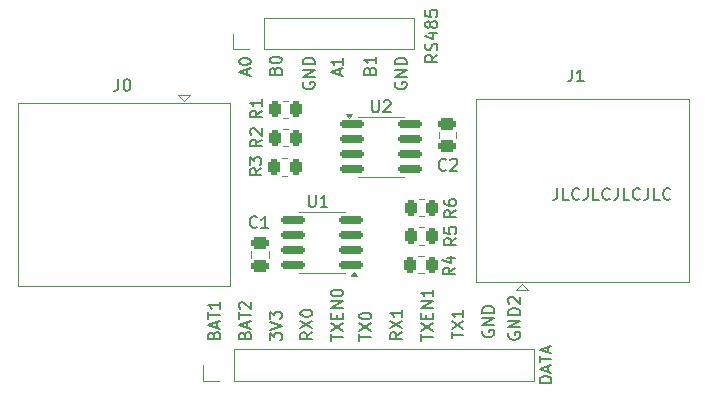
<source format=gbr>
%TF.GenerationSoftware,KiCad,Pcbnew,8.0.3*%
%TF.CreationDate,2024-06-22T22:44:29-05:00*%
%TF.ProjectId,RS485_breakout,52533438-355f-4627-9265-616b6f75742e,rev?*%
%TF.SameCoordinates,Original*%
%TF.FileFunction,Legend,Top*%
%TF.FilePolarity,Positive*%
%FSLAX46Y46*%
G04 Gerber Fmt 4.6, Leading zero omitted, Abs format (unit mm)*
G04 Created by KiCad (PCBNEW 8.0.3) date 2024-06-22 22:44:29*
%MOMM*%
%LPD*%
G01*
G04 APERTURE LIST*
G04 Aperture macros list*
%AMRoundRect*
0 Rectangle with rounded corners*
0 $1 Rounding radius*
0 $2 $3 $4 $5 $6 $7 $8 $9 X,Y pos of 4 corners*
0 Add a 4 corners polygon primitive as box body*
4,1,4,$2,$3,$4,$5,$6,$7,$8,$9,$2,$3,0*
0 Add four circle primitives for the rounded corners*
1,1,$1+$1,$2,$3*
1,1,$1+$1,$4,$5*
1,1,$1+$1,$6,$7*
1,1,$1+$1,$8,$9*
0 Add four rect primitives between the rounded corners*
20,1,$1+$1,$2,$3,$4,$5,0*
20,1,$1+$1,$4,$5,$6,$7,0*
20,1,$1+$1,$6,$7,$8,$9,0*
20,1,$1+$1,$8,$9,$2,$3,0*%
G04 Aperture macros list end*
%ADD10C,0.150000*%
%ADD11C,0.120000*%
%ADD12R,1.700000X1.700000*%
%ADD13O,1.700000X1.700000*%
%ADD14RoundRect,0.250000X-0.262500X-0.450000X0.262500X-0.450000X0.262500X0.450000X-0.262500X0.450000X0*%
%ADD15RoundRect,0.150000X-0.825000X-0.150000X0.825000X-0.150000X0.825000X0.150000X-0.825000X0.150000X0*%
%ADD16RoundRect,0.150000X0.825000X0.150000X-0.825000X0.150000X-0.825000X-0.150000X0.825000X-0.150000X0*%
%ADD17RoundRect,0.250000X-0.475000X0.250000X-0.475000X-0.250000X0.475000X-0.250000X0.475000X0.250000X0*%
%ADD18RoundRect,0.250000X0.475000X-0.250000X0.475000X0.250000X-0.475000X0.250000X-0.475000X-0.250000X0*%
%ADD19C,5.700000*%
%ADD20RoundRect,0.250000X0.262500X0.450000X-0.262500X0.450000X-0.262500X-0.450000X0.262500X-0.450000X0*%
%ADD21C,3.200000*%
%ADD22R,1.500000X1.500000*%
%ADD23C,1.500000*%
G04 APERTURE END LIST*
D10*
X134346009Y-74129887D02*
X134393628Y-73987030D01*
X134393628Y-73987030D02*
X134441247Y-73939411D01*
X134441247Y-73939411D02*
X134536485Y-73891792D01*
X134536485Y-73891792D02*
X134679342Y-73891792D01*
X134679342Y-73891792D02*
X134774580Y-73939411D01*
X134774580Y-73939411D02*
X134822200Y-73987030D01*
X134822200Y-73987030D02*
X134869819Y-74082268D01*
X134869819Y-74082268D02*
X134869819Y-74463220D01*
X134869819Y-74463220D02*
X133869819Y-74463220D01*
X133869819Y-74463220D02*
X133869819Y-74129887D01*
X133869819Y-74129887D02*
X133917438Y-74034649D01*
X133917438Y-74034649D02*
X133965057Y-73987030D01*
X133965057Y-73987030D02*
X134060295Y-73939411D01*
X134060295Y-73939411D02*
X134155533Y-73939411D01*
X134155533Y-73939411D02*
X134250771Y-73987030D01*
X134250771Y-73987030D02*
X134298390Y-74034649D01*
X134298390Y-74034649D02*
X134346009Y-74129887D01*
X134346009Y-74129887D02*
X134346009Y-74463220D01*
X133869819Y-73272744D02*
X133869819Y-73177506D01*
X133869819Y-73177506D02*
X133917438Y-73082268D01*
X133917438Y-73082268D02*
X133965057Y-73034649D01*
X133965057Y-73034649D02*
X134060295Y-72987030D01*
X134060295Y-72987030D02*
X134250771Y-72939411D01*
X134250771Y-72939411D02*
X134488866Y-72939411D01*
X134488866Y-72939411D02*
X134679342Y-72987030D01*
X134679342Y-72987030D02*
X134774580Y-73034649D01*
X134774580Y-73034649D02*
X134822200Y-73082268D01*
X134822200Y-73082268D02*
X134869819Y-73177506D01*
X134869819Y-73177506D02*
X134869819Y-73272744D01*
X134869819Y-73272744D02*
X134822200Y-73367982D01*
X134822200Y-73367982D02*
X134774580Y-73415601D01*
X134774580Y-73415601D02*
X134679342Y-73463220D01*
X134679342Y-73463220D02*
X134488866Y-73510839D01*
X134488866Y-73510839D02*
X134250771Y-73510839D01*
X134250771Y-73510839D02*
X134060295Y-73463220D01*
X134060295Y-73463220D02*
X133965057Y-73415601D01*
X133965057Y-73415601D02*
X133917438Y-73367982D01*
X133917438Y-73367982D02*
X133869819Y-73272744D01*
X133869819Y-96958458D02*
X133869819Y-96339411D01*
X133869819Y-96339411D02*
X134250771Y-96672744D01*
X134250771Y-96672744D02*
X134250771Y-96529887D01*
X134250771Y-96529887D02*
X134298390Y-96434649D01*
X134298390Y-96434649D02*
X134346009Y-96387030D01*
X134346009Y-96387030D02*
X134441247Y-96339411D01*
X134441247Y-96339411D02*
X134679342Y-96339411D01*
X134679342Y-96339411D02*
X134774580Y-96387030D01*
X134774580Y-96387030D02*
X134822200Y-96434649D01*
X134822200Y-96434649D02*
X134869819Y-96529887D01*
X134869819Y-96529887D02*
X134869819Y-96815601D01*
X134869819Y-96815601D02*
X134822200Y-96910839D01*
X134822200Y-96910839D02*
X134774580Y-96958458D01*
X133869819Y-96053696D02*
X134869819Y-95720363D01*
X134869819Y-95720363D02*
X133869819Y-95387030D01*
X133869819Y-95148934D02*
X133869819Y-94529887D01*
X133869819Y-94529887D02*
X134250771Y-94863220D01*
X134250771Y-94863220D02*
X134250771Y-94720363D01*
X134250771Y-94720363D02*
X134298390Y-94625125D01*
X134298390Y-94625125D02*
X134346009Y-94577506D01*
X134346009Y-94577506D02*
X134441247Y-94529887D01*
X134441247Y-94529887D02*
X134679342Y-94529887D01*
X134679342Y-94529887D02*
X134774580Y-94577506D01*
X134774580Y-94577506D02*
X134822200Y-94625125D01*
X134822200Y-94625125D02*
X134869819Y-94720363D01*
X134869819Y-94720363D02*
X134869819Y-95006077D01*
X134869819Y-95006077D02*
X134822200Y-95101315D01*
X134822200Y-95101315D02*
X134774580Y-95148934D01*
X136717438Y-75139411D02*
X136669819Y-75234649D01*
X136669819Y-75234649D02*
X136669819Y-75377506D01*
X136669819Y-75377506D02*
X136717438Y-75520363D01*
X136717438Y-75520363D02*
X136812676Y-75615601D01*
X136812676Y-75615601D02*
X136907914Y-75663220D01*
X136907914Y-75663220D02*
X137098390Y-75710839D01*
X137098390Y-75710839D02*
X137241247Y-75710839D01*
X137241247Y-75710839D02*
X137431723Y-75663220D01*
X137431723Y-75663220D02*
X137526961Y-75615601D01*
X137526961Y-75615601D02*
X137622200Y-75520363D01*
X137622200Y-75520363D02*
X137669819Y-75377506D01*
X137669819Y-75377506D02*
X137669819Y-75282268D01*
X137669819Y-75282268D02*
X137622200Y-75139411D01*
X137622200Y-75139411D02*
X137574580Y-75091792D01*
X137574580Y-75091792D02*
X137241247Y-75091792D01*
X137241247Y-75091792D02*
X137241247Y-75282268D01*
X137669819Y-74663220D02*
X136669819Y-74663220D01*
X136669819Y-74663220D02*
X137669819Y-74091792D01*
X137669819Y-74091792D02*
X136669819Y-74091792D01*
X137669819Y-73615601D02*
X136669819Y-73615601D01*
X136669819Y-73615601D02*
X136669819Y-73377506D01*
X136669819Y-73377506D02*
X136717438Y-73234649D01*
X136717438Y-73234649D02*
X136812676Y-73139411D01*
X136812676Y-73139411D02*
X136907914Y-73091792D01*
X136907914Y-73091792D02*
X137098390Y-73044173D01*
X137098390Y-73044173D02*
X137241247Y-73044173D01*
X137241247Y-73044173D02*
X137431723Y-73091792D01*
X137431723Y-73091792D02*
X137526961Y-73139411D01*
X137526961Y-73139411D02*
X137622200Y-73234649D01*
X137622200Y-73234649D02*
X137669819Y-73377506D01*
X137669819Y-73377506D02*
X137669819Y-73615601D01*
X137469819Y-96291792D02*
X136993628Y-96625125D01*
X137469819Y-96863220D02*
X136469819Y-96863220D01*
X136469819Y-96863220D02*
X136469819Y-96482268D01*
X136469819Y-96482268D02*
X136517438Y-96387030D01*
X136517438Y-96387030D02*
X136565057Y-96339411D01*
X136565057Y-96339411D02*
X136660295Y-96291792D01*
X136660295Y-96291792D02*
X136803152Y-96291792D01*
X136803152Y-96291792D02*
X136898390Y-96339411D01*
X136898390Y-96339411D02*
X136946009Y-96387030D01*
X136946009Y-96387030D02*
X136993628Y-96482268D01*
X136993628Y-96482268D02*
X136993628Y-96863220D01*
X136469819Y-95958458D02*
X137469819Y-95291792D01*
X136469819Y-95291792D02*
X137469819Y-95958458D01*
X136469819Y-94720363D02*
X136469819Y-94625125D01*
X136469819Y-94625125D02*
X136517438Y-94529887D01*
X136517438Y-94529887D02*
X136565057Y-94482268D01*
X136565057Y-94482268D02*
X136660295Y-94434649D01*
X136660295Y-94434649D02*
X136850771Y-94387030D01*
X136850771Y-94387030D02*
X137088866Y-94387030D01*
X137088866Y-94387030D02*
X137279342Y-94434649D01*
X137279342Y-94434649D02*
X137374580Y-94482268D01*
X137374580Y-94482268D02*
X137422200Y-94529887D01*
X137422200Y-94529887D02*
X137469819Y-94625125D01*
X137469819Y-94625125D02*
X137469819Y-94720363D01*
X137469819Y-94720363D02*
X137422200Y-94815601D01*
X137422200Y-94815601D02*
X137374580Y-94863220D01*
X137374580Y-94863220D02*
X137279342Y-94910839D01*
X137279342Y-94910839D02*
X137088866Y-94958458D01*
X137088866Y-94958458D02*
X136850771Y-94958458D01*
X136850771Y-94958458D02*
X136660295Y-94910839D01*
X136660295Y-94910839D02*
X136565057Y-94863220D01*
X136565057Y-94863220D02*
X136517438Y-94815601D01*
X136517438Y-94815601D02*
X136469819Y-94720363D01*
X142346009Y-74129887D02*
X142393628Y-73987030D01*
X142393628Y-73987030D02*
X142441247Y-73939411D01*
X142441247Y-73939411D02*
X142536485Y-73891792D01*
X142536485Y-73891792D02*
X142679342Y-73891792D01*
X142679342Y-73891792D02*
X142774580Y-73939411D01*
X142774580Y-73939411D02*
X142822200Y-73987030D01*
X142822200Y-73987030D02*
X142869819Y-74082268D01*
X142869819Y-74082268D02*
X142869819Y-74463220D01*
X142869819Y-74463220D02*
X141869819Y-74463220D01*
X141869819Y-74463220D02*
X141869819Y-74129887D01*
X141869819Y-74129887D02*
X141917438Y-74034649D01*
X141917438Y-74034649D02*
X141965057Y-73987030D01*
X141965057Y-73987030D02*
X142060295Y-73939411D01*
X142060295Y-73939411D02*
X142155533Y-73939411D01*
X142155533Y-73939411D02*
X142250771Y-73987030D01*
X142250771Y-73987030D02*
X142298390Y-74034649D01*
X142298390Y-74034649D02*
X142346009Y-74129887D01*
X142346009Y-74129887D02*
X142346009Y-74463220D01*
X142869819Y-72939411D02*
X142869819Y-73510839D01*
X142869819Y-73225125D02*
X141869819Y-73225125D01*
X141869819Y-73225125D02*
X142012676Y-73320363D01*
X142012676Y-73320363D02*
X142107914Y-73415601D01*
X142107914Y-73415601D02*
X142155533Y-73510839D01*
X131984104Y-74510839D02*
X131984104Y-74034649D01*
X132269819Y-74606077D02*
X131269819Y-74272744D01*
X131269819Y-74272744D02*
X132269819Y-73939411D01*
X131269819Y-73415601D02*
X131269819Y-73320363D01*
X131269819Y-73320363D02*
X131317438Y-73225125D01*
X131317438Y-73225125D02*
X131365057Y-73177506D01*
X131365057Y-73177506D02*
X131460295Y-73129887D01*
X131460295Y-73129887D02*
X131650771Y-73082268D01*
X131650771Y-73082268D02*
X131888866Y-73082268D01*
X131888866Y-73082268D02*
X132079342Y-73129887D01*
X132079342Y-73129887D02*
X132174580Y-73177506D01*
X132174580Y-73177506D02*
X132222200Y-73225125D01*
X132222200Y-73225125D02*
X132269819Y-73320363D01*
X132269819Y-73320363D02*
X132269819Y-73415601D01*
X132269819Y-73415601D02*
X132222200Y-73510839D01*
X132222200Y-73510839D02*
X132174580Y-73558458D01*
X132174580Y-73558458D02*
X132079342Y-73606077D01*
X132079342Y-73606077D02*
X131888866Y-73653696D01*
X131888866Y-73653696D02*
X131650771Y-73653696D01*
X131650771Y-73653696D02*
X131460295Y-73606077D01*
X131460295Y-73606077D02*
X131365057Y-73558458D01*
X131365057Y-73558458D02*
X131317438Y-73510839D01*
X131317438Y-73510839D02*
X131269819Y-73415601D01*
X139784104Y-74510839D02*
X139784104Y-74034649D01*
X140069819Y-74606077D02*
X139069819Y-74272744D01*
X139069819Y-74272744D02*
X140069819Y-73939411D01*
X140069819Y-73082268D02*
X140069819Y-73653696D01*
X140069819Y-73367982D02*
X139069819Y-73367982D01*
X139069819Y-73367982D02*
X139212676Y-73463220D01*
X139212676Y-73463220D02*
X139307914Y-73558458D01*
X139307914Y-73558458D02*
X139355533Y-73653696D01*
X131746009Y-96529887D02*
X131793628Y-96387030D01*
X131793628Y-96387030D02*
X131841247Y-96339411D01*
X131841247Y-96339411D02*
X131936485Y-96291792D01*
X131936485Y-96291792D02*
X132079342Y-96291792D01*
X132079342Y-96291792D02*
X132174580Y-96339411D01*
X132174580Y-96339411D02*
X132222200Y-96387030D01*
X132222200Y-96387030D02*
X132269819Y-96482268D01*
X132269819Y-96482268D02*
X132269819Y-96863220D01*
X132269819Y-96863220D02*
X131269819Y-96863220D01*
X131269819Y-96863220D02*
X131269819Y-96529887D01*
X131269819Y-96529887D02*
X131317438Y-96434649D01*
X131317438Y-96434649D02*
X131365057Y-96387030D01*
X131365057Y-96387030D02*
X131460295Y-96339411D01*
X131460295Y-96339411D02*
X131555533Y-96339411D01*
X131555533Y-96339411D02*
X131650771Y-96387030D01*
X131650771Y-96387030D02*
X131698390Y-96434649D01*
X131698390Y-96434649D02*
X131746009Y-96529887D01*
X131746009Y-96529887D02*
X131746009Y-96863220D01*
X131984104Y-95910839D02*
X131984104Y-95434649D01*
X132269819Y-96006077D02*
X131269819Y-95672744D01*
X131269819Y-95672744D02*
X132269819Y-95339411D01*
X131269819Y-95148934D02*
X131269819Y-94577506D01*
X132269819Y-94863220D02*
X131269819Y-94863220D01*
X131365057Y-94291791D02*
X131317438Y-94244172D01*
X131317438Y-94244172D02*
X131269819Y-94148934D01*
X131269819Y-94148934D02*
X131269819Y-93910839D01*
X131269819Y-93910839D02*
X131317438Y-93815601D01*
X131317438Y-93815601D02*
X131365057Y-93767982D01*
X131365057Y-93767982D02*
X131460295Y-93720363D01*
X131460295Y-93720363D02*
X131555533Y-93720363D01*
X131555533Y-93720363D02*
X131698390Y-93767982D01*
X131698390Y-93767982D02*
X132269819Y-94339410D01*
X132269819Y-94339410D02*
X132269819Y-93720363D01*
X149269819Y-96806077D02*
X149269819Y-96234649D01*
X150269819Y-96520363D02*
X149269819Y-96520363D01*
X149269819Y-95996553D02*
X150269819Y-95329887D01*
X149269819Y-95329887D02*
X150269819Y-95996553D01*
X150269819Y-94425125D02*
X150269819Y-94996553D01*
X150269819Y-94710839D02*
X149269819Y-94710839D01*
X149269819Y-94710839D02*
X149412676Y-94806077D01*
X149412676Y-94806077D02*
X149507914Y-94901315D01*
X149507914Y-94901315D02*
X149555533Y-94996553D01*
X145069819Y-96291792D02*
X144593628Y-96625125D01*
X145069819Y-96863220D02*
X144069819Y-96863220D01*
X144069819Y-96863220D02*
X144069819Y-96482268D01*
X144069819Y-96482268D02*
X144117438Y-96387030D01*
X144117438Y-96387030D02*
X144165057Y-96339411D01*
X144165057Y-96339411D02*
X144260295Y-96291792D01*
X144260295Y-96291792D02*
X144403152Y-96291792D01*
X144403152Y-96291792D02*
X144498390Y-96339411D01*
X144498390Y-96339411D02*
X144546009Y-96387030D01*
X144546009Y-96387030D02*
X144593628Y-96482268D01*
X144593628Y-96482268D02*
X144593628Y-96863220D01*
X144069819Y-95958458D02*
X145069819Y-95291792D01*
X144069819Y-95291792D02*
X145069819Y-95958458D01*
X145069819Y-94387030D02*
X145069819Y-94958458D01*
X145069819Y-94672744D02*
X144069819Y-94672744D01*
X144069819Y-94672744D02*
X144212676Y-94767982D01*
X144212676Y-94767982D02*
X144307914Y-94863220D01*
X144307914Y-94863220D02*
X144355533Y-94958458D01*
X154117438Y-96339411D02*
X154069819Y-96434649D01*
X154069819Y-96434649D02*
X154069819Y-96577506D01*
X154069819Y-96577506D02*
X154117438Y-96720363D01*
X154117438Y-96720363D02*
X154212676Y-96815601D01*
X154212676Y-96815601D02*
X154307914Y-96863220D01*
X154307914Y-96863220D02*
X154498390Y-96910839D01*
X154498390Y-96910839D02*
X154641247Y-96910839D01*
X154641247Y-96910839D02*
X154831723Y-96863220D01*
X154831723Y-96863220D02*
X154926961Y-96815601D01*
X154926961Y-96815601D02*
X155022200Y-96720363D01*
X155022200Y-96720363D02*
X155069819Y-96577506D01*
X155069819Y-96577506D02*
X155069819Y-96482268D01*
X155069819Y-96482268D02*
X155022200Y-96339411D01*
X155022200Y-96339411D02*
X154974580Y-96291792D01*
X154974580Y-96291792D02*
X154641247Y-96291792D01*
X154641247Y-96291792D02*
X154641247Y-96482268D01*
X155069819Y-95863220D02*
X154069819Y-95863220D01*
X154069819Y-95863220D02*
X155069819Y-95291792D01*
X155069819Y-95291792D02*
X154069819Y-95291792D01*
X155069819Y-94815601D02*
X154069819Y-94815601D01*
X154069819Y-94815601D02*
X154069819Y-94577506D01*
X154069819Y-94577506D02*
X154117438Y-94434649D01*
X154117438Y-94434649D02*
X154212676Y-94339411D01*
X154212676Y-94339411D02*
X154307914Y-94291792D01*
X154307914Y-94291792D02*
X154498390Y-94244173D01*
X154498390Y-94244173D02*
X154641247Y-94244173D01*
X154641247Y-94244173D02*
X154831723Y-94291792D01*
X154831723Y-94291792D02*
X154926961Y-94339411D01*
X154926961Y-94339411D02*
X155022200Y-94434649D01*
X155022200Y-94434649D02*
X155069819Y-94577506D01*
X155069819Y-94577506D02*
X155069819Y-94815601D01*
X154165057Y-93863220D02*
X154117438Y-93815601D01*
X154117438Y-93815601D02*
X154069819Y-93720363D01*
X154069819Y-93720363D02*
X154069819Y-93482268D01*
X154069819Y-93482268D02*
X154117438Y-93387030D01*
X154117438Y-93387030D02*
X154165057Y-93339411D01*
X154165057Y-93339411D02*
X154260295Y-93291792D01*
X154260295Y-93291792D02*
X154355533Y-93291792D01*
X154355533Y-93291792D02*
X154498390Y-93339411D01*
X154498390Y-93339411D02*
X155069819Y-93910839D01*
X155069819Y-93910839D02*
X155069819Y-93291792D01*
X129146009Y-96529887D02*
X129193628Y-96387030D01*
X129193628Y-96387030D02*
X129241247Y-96339411D01*
X129241247Y-96339411D02*
X129336485Y-96291792D01*
X129336485Y-96291792D02*
X129479342Y-96291792D01*
X129479342Y-96291792D02*
X129574580Y-96339411D01*
X129574580Y-96339411D02*
X129622200Y-96387030D01*
X129622200Y-96387030D02*
X129669819Y-96482268D01*
X129669819Y-96482268D02*
X129669819Y-96863220D01*
X129669819Y-96863220D02*
X128669819Y-96863220D01*
X128669819Y-96863220D02*
X128669819Y-96529887D01*
X128669819Y-96529887D02*
X128717438Y-96434649D01*
X128717438Y-96434649D02*
X128765057Y-96387030D01*
X128765057Y-96387030D02*
X128860295Y-96339411D01*
X128860295Y-96339411D02*
X128955533Y-96339411D01*
X128955533Y-96339411D02*
X129050771Y-96387030D01*
X129050771Y-96387030D02*
X129098390Y-96434649D01*
X129098390Y-96434649D02*
X129146009Y-96529887D01*
X129146009Y-96529887D02*
X129146009Y-96863220D01*
X129384104Y-95910839D02*
X129384104Y-95434649D01*
X129669819Y-96006077D02*
X128669819Y-95672744D01*
X128669819Y-95672744D02*
X129669819Y-95339411D01*
X128669819Y-95148934D02*
X128669819Y-94577506D01*
X129669819Y-94863220D02*
X128669819Y-94863220D01*
X129669819Y-93720363D02*
X129669819Y-94291791D01*
X129669819Y-94006077D02*
X128669819Y-94006077D01*
X128669819Y-94006077D02*
X128812676Y-94101315D01*
X128812676Y-94101315D02*
X128907914Y-94196553D01*
X128907914Y-94196553D02*
X128955533Y-94291791D01*
X141469819Y-97006077D02*
X141469819Y-96434649D01*
X142469819Y-96720363D02*
X141469819Y-96720363D01*
X141469819Y-96196553D02*
X142469819Y-95529887D01*
X141469819Y-95529887D02*
X142469819Y-96196553D01*
X141469819Y-94958458D02*
X141469819Y-94863220D01*
X141469819Y-94863220D02*
X141517438Y-94767982D01*
X141517438Y-94767982D02*
X141565057Y-94720363D01*
X141565057Y-94720363D02*
X141660295Y-94672744D01*
X141660295Y-94672744D02*
X141850771Y-94625125D01*
X141850771Y-94625125D02*
X142088866Y-94625125D01*
X142088866Y-94625125D02*
X142279342Y-94672744D01*
X142279342Y-94672744D02*
X142374580Y-94720363D01*
X142374580Y-94720363D02*
X142422200Y-94767982D01*
X142422200Y-94767982D02*
X142469819Y-94863220D01*
X142469819Y-94863220D02*
X142469819Y-94958458D01*
X142469819Y-94958458D02*
X142422200Y-95053696D01*
X142422200Y-95053696D02*
X142374580Y-95101315D01*
X142374580Y-95101315D02*
X142279342Y-95148934D01*
X142279342Y-95148934D02*
X142088866Y-95196553D01*
X142088866Y-95196553D02*
X141850771Y-95196553D01*
X141850771Y-95196553D02*
X141660295Y-95148934D01*
X141660295Y-95148934D02*
X141565057Y-95101315D01*
X141565057Y-95101315D02*
X141517438Y-95053696D01*
X141517438Y-95053696D02*
X141469819Y-94958458D01*
X144517438Y-75139411D02*
X144469819Y-75234649D01*
X144469819Y-75234649D02*
X144469819Y-75377506D01*
X144469819Y-75377506D02*
X144517438Y-75520363D01*
X144517438Y-75520363D02*
X144612676Y-75615601D01*
X144612676Y-75615601D02*
X144707914Y-75663220D01*
X144707914Y-75663220D02*
X144898390Y-75710839D01*
X144898390Y-75710839D02*
X145041247Y-75710839D01*
X145041247Y-75710839D02*
X145231723Y-75663220D01*
X145231723Y-75663220D02*
X145326961Y-75615601D01*
X145326961Y-75615601D02*
X145422200Y-75520363D01*
X145422200Y-75520363D02*
X145469819Y-75377506D01*
X145469819Y-75377506D02*
X145469819Y-75282268D01*
X145469819Y-75282268D02*
X145422200Y-75139411D01*
X145422200Y-75139411D02*
X145374580Y-75091792D01*
X145374580Y-75091792D02*
X145041247Y-75091792D01*
X145041247Y-75091792D02*
X145041247Y-75282268D01*
X145469819Y-74663220D02*
X144469819Y-74663220D01*
X144469819Y-74663220D02*
X145469819Y-74091792D01*
X145469819Y-74091792D02*
X144469819Y-74091792D01*
X145469819Y-73615601D02*
X144469819Y-73615601D01*
X144469819Y-73615601D02*
X144469819Y-73377506D01*
X144469819Y-73377506D02*
X144517438Y-73234649D01*
X144517438Y-73234649D02*
X144612676Y-73139411D01*
X144612676Y-73139411D02*
X144707914Y-73091792D01*
X144707914Y-73091792D02*
X144898390Y-73044173D01*
X144898390Y-73044173D02*
X145041247Y-73044173D01*
X145041247Y-73044173D02*
X145231723Y-73091792D01*
X145231723Y-73091792D02*
X145326961Y-73139411D01*
X145326961Y-73139411D02*
X145422200Y-73234649D01*
X145422200Y-73234649D02*
X145469819Y-73377506D01*
X145469819Y-73377506D02*
X145469819Y-73615601D01*
X158222493Y-84069819D02*
X158222493Y-84784104D01*
X158222493Y-84784104D02*
X158174874Y-84926961D01*
X158174874Y-84926961D02*
X158079636Y-85022200D01*
X158079636Y-85022200D02*
X157936779Y-85069819D01*
X157936779Y-85069819D02*
X157841541Y-85069819D01*
X159174874Y-85069819D02*
X158698684Y-85069819D01*
X158698684Y-85069819D02*
X158698684Y-84069819D01*
X160079636Y-84974580D02*
X160032017Y-85022200D01*
X160032017Y-85022200D02*
X159889160Y-85069819D01*
X159889160Y-85069819D02*
X159793922Y-85069819D01*
X159793922Y-85069819D02*
X159651065Y-85022200D01*
X159651065Y-85022200D02*
X159555827Y-84926961D01*
X159555827Y-84926961D02*
X159508208Y-84831723D01*
X159508208Y-84831723D02*
X159460589Y-84641247D01*
X159460589Y-84641247D02*
X159460589Y-84498390D01*
X159460589Y-84498390D02*
X159508208Y-84307914D01*
X159508208Y-84307914D02*
X159555827Y-84212676D01*
X159555827Y-84212676D02*
X159651065Y-84117438D01*
X159651065Y-84117438D02*
X159793922Y-84069819D01*
X159793922Y-84069819D02*
X159889160Y-84069819D01*
X159889160Y-84069819D02*
X160032017Y-84117438D01*
X160032017Y-84117438D02*
X160079636Y-84165057D01*
X160793922Y-84069819D02*
X160793922Y-84784104D01*
X160793922Y-84784104D02*
X160746303Y-84926961D01*
X160746303Y-84926961D02*
X160651065Y-85022200D01*
X160651065Y-85022200D02*
X160508208Y-85069819D01*
X160508208Y-85069819D02*
X160412970Y-85069819D01*
X161746303Y-85069819D02*
X161270113Y-85069819D01*
X161270113Y-85069819D02*
X161270113Y-84069819D01*
X162651065Y-84974580D02*
X162603446Y-85022200D01*
X162603446Y-85022200D02*
X162460589Y-85069819D01*
X162460589Y-85069819D02*
X162365351Y-85069819D01*
X162365351Y-85069819D02*
X162222494Y-85022200D01*
X162222494Y-85022200D02*
X162127256Y-84926961D01*
X162127256Y-84926961D02*
X162079637Y-84831723D01*
X162079637Y-84831723D02*
X162032018Y-84641247D01*
X162032018Y-84641247D02*
X162032018Y-84498390D01*
X162032018Y-84498390D02*
X162079637Y-84307914D01*
X162079637Y-84307914D02*
X162127256Y-84212676D01*
X162127256Y-84212676D02*
X162222494Y-84117438D01*
X162222494Y-84117438D02*
X162365351Y-84069819D01*
X162365351Y-84069819D02*
X162460589Y-84069819D01*
X162460589Y-84069819D02*
X162603446Y-84117438D01*
X162603446Y-84117438D02*
X162651065Y-84165057D01*
X163365351Y-84069819D02*
X163365351Y-84784104D01*
X163365351Y-84784104D02*
X163317732Y-84926961D01*
X163317732Y-84926961D02*
X163222494Y-85022200D01*
X163222494Y-85022200D02*
X163079637Y-85069819D01*
X163079637Y-85069819D02*
X162984399Y-85069819D01*
X164317732Y-85069819D02*
X163841542Y-85069819D01*
X163841542Y-85069819D02*
X163841542Y-84069819D01*
X165222494Y-84974580D02*
X165174875Y-85022200D01*
X165174875Y-85022200D02*
X165032018Y-85069819D01*
X165032018Y-85069819D02*
X164936780Y-85069819D01*
X164936780Y-85069819D02*
X164793923Y-85022200D01*
X164793923Y-85022200D02*
X164698685Y-84926961D01*
X164698685Y-84926961D02*
X164651066Y-84831723D01*
X164651066Y-84831723D02*
X164603447Y-84641247D01*
X164603447Y-84641247D02*
X164603447Y-84498390D01*
X164603447Y-84498390D02*
X164651066Y-84307914D01*
X164651066Y-84307914D02*
X164698685Y-84212676D01*
X164698685Y-84212676D02*
X164793923Y-84117438D01*
X164793923Y-84117438D02*
X164936780Y-84069819D01*
X164936780Y-84069819D02*
X165032018Y-84069819D01*
X165032018Y-84069819D02*
X165174875Y-84117438D01*
X165174875Y-84117438D02*
X165222494Y-84165057D01*
X165936780Y-84069819D02*
X165936780Y-84784104D01*
X165936780Y-84784104D02*
X165889161Y-84926961D01*
X165889161Y-84926961D02*
X165793923Y-85022200D01*
X165793923Y-85022200D02*
X165651066Y-85069819D01*
X165651066Y-85069819D02*
X165555828Y-85069819D01*
X166889161Y-85069819D02*
X166412971Y-85069819D01*
X166412971Y-85069819D02*
X166412971Y-84069819D01*
X167793923Y-84974580D02*
X167746304Y-85022200D01*
X167746304Y-85022200D02*
X167603447Y-85069819D01*
X167603447Y-85069819D02*
X167508209Y-85069819D01*
X167508209Y-85069819D02*
X167365352Y-85022200D01*
X167365352Y-85022200D02*
X167270114Y-84926961D01*
X167270114Y-84926961D02*
X167222495Y-84831723D01*
X167222495Y-84831723D02*
X167174876Y-84641247D01*
X167174876Y-84641247D02*
X167174876Y-84498390D01*
X167174876Y-84498390D02*
X167222495Y-84307914D01*
X167222495Y-84307914D02*
X167270114Y-84212676D01*
X167270114Y-84212676D02*
X167365352Y-84117438D01*
X167365352Y-84117438D02*
X167508209Y-84069819D01*
X167508209Y-84069819D02*
X167603447Y-84069819D01*
X167603447Y-84069819D02*
X167746304Y-84117438D01*
X167746304Y-84117438D02*
X167793923Y-84165057D01*
X139069819Y-97006077D02*
X139069819Y-96434649D01*
X140069819Y-96720363D02*
X139069819Y-96720363D01*
X139069819Y-96196553D02*
X140069819Y-95529887D01*
X139069819Y-95529887D02*
X140069819Y-96196553D01*
X139546009Y-95148934D02*
X139546009Y-94815601D01*
X140069819Y-94672744D02*
X140069819Y-95148934D01*
X140069819Y-95148934D02*
X139069819Y-95148934D01*
X139069819Y-95148934D02*
X139069819Y-94672744D01*
X140069819Y-94244172D02*
X139069819Y-94244172D01*
X139069819Y-94244172D02*
X140069819Y-93672744D01*
X140069819Y-93672744D02*
X139069819Y-93672744D01*
X139069819Y-93006077D02*
X139069819Y-92910839D01*
X139069819Y-92910839D02*
X139117438Y-92815601D01*
X139117438Y-92815601D02*
X139165057Y-92767982D01*
X139165057Y-92767982D02*
X139260295Y-92720363D01*
X139260295Y-92720363D02*
X139450771Y-92672744D01*
X139450771Y-92672744D02*
X139688866Y-92672744D01*
X139688866Y-92672744D02*
X139879342Y-92720363D01*
X139879342Y-92720363D02*
X139974580Y-92767982D01*
X139974580Y-92767982D02*
X140022200Y-92815601D01*
X140022200Y-92815601D02*
X140069819Y-92910839D01*
X140069819Y-92910839D02*
X140069819Y-93006077D01*
X140069819Y-93006077D02*
X140022200Y-93101315D01*
X140022200Y-93101315D02*
X139974580Y-93148934D01*
X139974580Y-93148934D02*
X139879342Y-93196553D01*
X139879342Y-93196553D02*
X139688866Y-93244172D01*
X139688866Y-93244172D02*
X139450771Y-93244172D01*
X139450771Y-93244172D02*
X139260295Y-93196553D01*
X139260295Y-93196553D02*
X139165057Y-93148934D01*
X139165057Y-93148934D02*
X139117438Y-93101315D01*
X139117438Y-93101315D02*
X139069819Y-93006077D01*
X151917438Y-96139411D02*
X151869819Y-96234649D01*
X151869819Y-96234649D02*
X151869819Y-96377506D01*
X151869819Y-96377506D02*
X151917438Y-96520363D01*
X151917438Y-96520363D02*
X152012676Y-96615601D01*
X152012676Y-96615601D02*
X152107914Y-96663220D01*
X152107914Y-96663220D02*
X152298390Y-96710839D01*
X152298390Y-96710839D02*
X152441247Y-96710839D01*
X152441247Y-96710839D02*
X152631723Y-96663220D01*
X152631723Y-96663220D02*
X152726961Y-96615601D01*
X152726961Y-96615601D02*
X152822200Y-96520363D01*
X152822200Y-96520363D02*
X152869819Y-96377506D01*
X152869819Y-96377506D02*
X152869819Y-96282268D01*
X152869819Y-96282268D02*
X152822200Y-96139411D01*
X152822200Y-96139411D02*
X152774580Y-96091792D01*
X152774580Y-96091792D02*
X152441247Y-96091792D01*
X152441247Y-96091792D02*
X152441247Y-96282268D01*
X152869819Y-95663220D02*
X151869819Y-95663220D01*
X151869819Y-95663220D02*
X152869819Y-95091792D01*
X152869819Y-95091792D02*
X151869819Y-95091792D01*
X152869819Y-94615601D02*
X151869819Y-94615601D01*
X151869819Y-94615601D02*
X151869819Y-94377506D01*
X151869819Y-94377506D02*
X151917438Y-94234649D01*
X151917438Y-94234649D02*
X152012676Y-94139411D01*
X152012676Y-94139411D02*
X152107914Y-94091792D01*
X152107914Y-94091792D02*
X152298390Y-94044173D01*
X152298390Y-94044173D02*
X152441247Y-94044173D01*
X152441247Y-94044173D02*
X152631723Y-94091792D01*
X152631723Y-94091792D02*
X152726961Y-94139411D01*
X152726961Y-94139411D02*
X152822200Y-94234649D01*
X152822200Y-94234649D02*
X152869819Y-94377506D01*
X152869819Y-94377506D02*
X152869819Y-94615601D01*
X146669819Y-97006077D02*
X146669819Y-96434649D01*
X147669819Y-96720363D02*
X146669819Y-96720363D01*
X146669819Y-96196553D02*
X147669819Y-95529887D01*
X146669819Y-95529887D02*
X147669819Y-96196553D01*
X147146009Y-95148934D02*
X147146009Y-94815601D01*
X147669819Y-94672744D02*
X147669819Y-95148934D01*
X147669819Y-95148934D02*
X146669819Y-95148934D01*
X146669819Y-95148934D02*
X146669819Y-94672744D01*
X147669819Y-94244172D02*
X146669819Y-94244172D01*
X146669819Y-94244172D02*
X147669819Y-93672744D01*
X147669819Y-93672744D02*
X146669819Y-93672744D01*
X147669819Y-92672744D02*
X147669819Y-93244172D01*
X147669819Y-92958458D02*
X146669819Y-92958458D01*
X146669819Y-92958458D02*
X146812676Y-93053696D01*
X146812676Y-93053696D02*
X146907914Y-93148934D01*
X146907914Y-93148934D02*
X146955533Y-93244172D01*
X148054819Y-72795238D02*
X147578628Y-73128571D01*
X148054819Y-73366666D02*
X147054819Y-73366666D01*
X147054819Y-73366666D02*
X147054819Y-72985714D01*
X147054819Y-72985714D02*
X147102438Y-72890476D01*
X147102438Y-72890476D02*
X147150057Y-72842857D01*
X147150057Y-72842857D02*
X147245295Y-72795238D01*
X147245295Y-72795238D02*
X147388152Y-72795238D01*
X147388152Y-72795238D02*
X147483390Y-72842857D01*
X147483390Y-72842857D02*
X147531009Y-72890476D01*
X147531009Y-72890476D02*
X147578628Y-72985714D01*
X147578628Y-72985714D02*
X147578628Y-73366666D01*
X148007200Y-72414285D02*
X148054819Y-72271428D01*
X148054819Y-72271428D02*
X148054819Y-72033333D01*
X148054819Y-72033333D02*
X148007200Y-71938095D01*
X148007200Y-71938095D02*
X147959580Y-71890476D01*
X147959580Y-71890476D02*
X147864342Y-71842857D01*
X147864342Y-71842857D02*
X147769104Y-71842857D01*
X147769104Y-71842857D02*
X147673866Y-71890476D01*
X147673866Y-71890476D02*
X147626247Y-71938095D01*
X147626247Y-71938095D02*
X147578628Y-72033333D01*
X147578628Y-72033333D02*
X147531009Y-72223809D01*
X147531009Y-72223809D02*
X147483390Y-72319047D01*
X147483390Y-72319047D02*
X147435771Y-72366666D01*
X147435771Y-72366666D02*
X147340533Y-72414285D01*
X147340533Y-72414285D02*
X147245295Y-72414285D01*
X147245295Y-72414285D02*
X147150057Y-72366666D01*
X147150057Y-72366666D02*
X147102438Y-72319047D01*
X147102438Y-72319047D02*
X147054819Y-72223809D01*
X147054819Y-72223809D02*
X147054819Y-71985714D01*
X147054819Y-71985714D02*
X147102438Y-71842857D01*
X147388152Y-70985714D02*
X148054819Y-70985714D01*
X147007200Y-71223809D02*
X147721485Y-71461904D01*
X147721485Y-71461904D02*
X147721485Y-70842857D01*
X147483390Y-70319047D02*
X147435771Y-70414285D01*
X147435771Y-70414285D02*
X147388152Y-70461904D01*
X147388152Y-70461904D02*
X147292914Y-70509523D01*
X147292914Y-70509523D02*
X147245295Y-70509523D01*
X147245295Y-70509523D02*
X147150057Y-70461904D01*
X147150057Y-70461904D02*
X147102438Y-70414285D01*
X147102438Y-70414285D02*
X147054819Y-70319047D01*
X147054819Y-70319047D02*
X147054819Y-70128571D01*
X147054819Y-70128571D02*
X147102438Y-70033333D01*
X147102438Y-70033333D02*
X147150057Y-69985714D01*
X147150057Y-69985714D02*
X147245295Y-69938095D01*
X147245295Y-69938095D02*
X147292914Y-69938095D01*
X147292914Y-69938095D02*
X147388152Y-69985714D01*
X147388152Y-69985714D02*
X147435771Y-70033333D01*
X147435771Y-70033333D02*
X147483390Y-70128571D01*
X147483390Y-70128571D02*
X147483390Y-70319047D01*
X147483390Y-70319047D02*
X147531009Y-70414285D01*
X147531009Y-70414285D02*
X147578628Y-70461904D01*
X147578628Y-70461904D02*
X147673866Y-70509523D01*
X147673866Y-70509523D02*
X147864342Y-70509523D01*
X147864342Y-70509523D02*
X147959580Y-70461904D01*
X147959580Y-70461904D02*
X148007200Y-70414285D01*
X148007200Y-70414285D02*
X148054819Y-70319047D01*
X148054819Y-70319047D02*
X148054819Y-70128571D01*
X148054819Y-70128571D02*
X148007200Y-70033333D01*
X148007200Y-70033333D02*
X147959580Y-69985714D01*
X147959580Y-69985714D02*
X147864342Y-69938095D01*
X147864342Y-69938095D02*
X147673866Y-69938095D01*
X147673866Y-69938095D02*
X147578628Y-69985714D01*
X147578628Y-69985714D02*
X147531009Y-70033333D01*
X147531009Y-70033333D02*
X147483390Y-70128571D01*
X147054819Y-69033333D02*
X147054819Y-69509523D01*
X147054819Y-69509523D02*
X147531009Y-69557142D01*
X147531009Y-69557142D02*
X147483390Y-69509523D01*
X147483390Y-69509523D02*
X147435771Y-69414285D01*
X147435771Y-69414285D02*
X147435771Y-69176190D01*
X147435771Y-69176190D02*
X147483390Y-69080952D01*
X147483390Y-69080952D02*
X147531009Y-69033333D01*
X147531009Y-69033333D02*
X147626247Y-68985714D01*
X147626247Y-68985714D02*
X147864342Y-68985714D01*
X147864342Y-68985714D02*
X147959580Y-69033333D01*
X147959580Y-69033333D02*
X148007200Y-69080952D01*
X148007200Y-69080952D02*
X148054819Y-69176190D01*
X148054819Y-69176190D02*
X148054819Y-69414285D01*
X148054819Y-69414285D02*
X148007200Y-69509523D01*
X148007200Y-69509523D02*
X147959580Y-69557142D01*
X133204819Y-77516666D02*
X132728628Y-77849999D01*
X133204819Y-78088094D02*
X132204819Y-78088094D01*
X132204819Y-78088094D02*
X132204819Y-77707142D01*
X132204819Y-77707142D02*
X132252438Y-77611904D01*
X132252438Y-77611904D02*
X132300057Y-77564285D01*
X132300057Y-77564285D02*
X132395295Y-77516666D01*
X132395295Y-77516666D02*
X132538152Y-77516666D01*
X132538152Y-77516666D02*
X132633390Y-77564285D01*
X132633390Y-77564285D02*
X132681009Y-77611904D01*
X132681009Y-77611904D02*
X132728628Y-77707142D01*
X132728628Y-77707142D02*
X132728628Y-78088094D01*
X133204819Y-76564285D02*
X133204819Y-77135713D01*
X133204819Y-76849999D02*
X132204819Y-76849999D01*
X132204819Y-76849999D02*
X132347676Y-76945237D01*
X132347676Y-76945237D02*
X132442914Y-77040475D01*
X132442914Y-77040475D02*
X132490533Y-77135713D01*
X142538095Y-76654819D02*
X142538095Y-77464342D01*
X142538095Y-77464342D02*
X142585714Y-77559580D01*
X142585714Y-77559580D02*
X142633333Y-77607200D01*
X142633333Y-77607200D02*
X142728571Y-77654819D01*
X142728571Y-77654819D02*
X142919047Y-77654819D01*
X142919047Y-77654819D02*
X143014285Y-77607200D01*
X143014285Y-77607200D02*
X143061904Y-77559580D01*
X143061904Y-77559580D02*
X143109523Y-77464342D01*
X143109523Y-77464342D02*
X143109523Y-76654819D01*
X143538095Y-76750057D02*
X143585714Y-76702438D01*
X143585714Y-76702438D02*
X143680952Y-76654819D01*
X143680952Y-76654819D02*
X143919047Y-76654819D01*
X143919047Y-76654819D02*
X144014285Y-76702438D01*
X144014285Y-76702438D02*
X144061904Y-76750057D01*
X144061904Y-76750057D02*
X144109523Y-76845295D01*
X144109523Y-76845295D02*
X144109523Y-76940533D01*
X144109523Y-76940533D02*
X144061904Y-77083390D01*
X144061904Y-77083390D02*
X143490476Y-77654819D01*
X143490476Y-77654819D02*
X144109523Y-77654819D01*
X137188095Y-84654819D02*
X137188095Y-85464342D01*
X137188095Y-85464342D02*
X137235714Y-85559580D01*
X137235714Y-85559580D02*
X137283333Y-85607200D01*
X137283333Y-85607200D02*
X137378571Y-85654819D01*
X137378571Y-85654819D02*
X137569047Y-85654819D01*
X137569047Y-85654819D02*
X137664285Y-85607200D01*
X137664285Y-85607200D02*
X137711904Y-85559580D01*
X137711904Y-85559580D02*
X137759523Y-85464342D01*
X137759523Y-85464342D02*
X137759523Y-84654819D01*
X138759523Y-85654819D02*
X138188095Y-85654819D01*
X138473809Y-85654819D02*
X138473809Y-84654819D01*
X138473809Y-84654819D02*
X138378571Y-84797676D01*
X138378571Y-84797676D02*
X138283333Y-84892914D01*
X138283333Y-84892914D02*
X138188095Y-84940533D01*
X157724819Y-100559999D02*
X156724819Y-100559999D01*
X156724819Y-100559999D02*
X156724819Y-100321904D01*
X156724819Y-100321904D02*
X156772438Y-100179047D01*
X156772438Y-100179047D02*
X156867676Y-100083809D01*
X156867676Y-100083809D02*
X156962914Y-100036190D01*
X156962914Y-100036190D02*
X157153390Y-99988571D01*
X157153390Y-99988571D02*
X157296247Y-99988571D01*
X157296247Y-99988571D02*
X157486723Y-100036190D01*
X157486723Y-100036190D02*
X157581961Y-100083809D01*
X157581961Y-100083809D02*
X157677200Y-100179047D01*
X157677200Y-100179047D02*
X157724819Y-100321904D01*
X157724819Y-100321904D02*
X157724819Y-100559999D01*
X157439104Y-99607618D02*
X157439104Y-99131428D01*
X157724819Y-99702856D02*
X156724819Y-99369523D01*
X156724819Y-99369523D02*
X157724819Y-99036190D01*
X156724819Y-98845713D02*
X156724819Y-98274285D01*
X157724819Y-98559999D02*
X156724819Y-98559999D01*
X157439104Y-97988570D02*
X157439104Y-97512380D01*
X157724819Y-98083808D02*
X156724819Y-97750475D01*
X156724819Y-97750475D02*
X157724819Y-97417142D01*
X148783333Y-82509580D02*
X148735714Y-82557200D01*
X148735714Y-82557200D02*
X148592857Y-82604819D01*
X148592857Y-82604819D02*
X148497619Y-82604819D01*
X148497619Y-82604819D02*
X148354762Y-82557200D01*
X148354762Y-82557200D02*
X148259524Y-82461961D01*
X148259524Y-82461961D02*
X148211905Y-82366723D01*
X148211905Y-82366723D02*
X148164286Y-82176247D01*
X148164286Y-82176247D02*
X148164286Y-82033390D01*
X148164286Y-82033390D02*
X148211905Y-81842914D01*
X148211905Y-81842914D02*
X148259524Y-81747676D01*
X148259524Y-81747676D02*
X148354762Y-81652438D01*
X148354762Y-81652438D02*
X148497619Y-81604819D01*
X148497619Y-81604819D02*
X148592857Y-81604819D01*
X148592857Y-81604819D02*
X148735714Y-81652438D01*
X148735714Y-81652438D02*
X148783333Y-81700057D01*
X149164286Y-81700057D02*
X149211905Y-81652438D01*
X149211905Y-81652438D02*
X149307143Y-81604819D01*
X149307143Y-81604819D02*
X149545238Y-81604819D01*
X149545238Y-81604819D02*
X149640476Y-81652438D01*
X149640476Y-81652438D02*
X149688095Y-81700057D01*
X149688095Y-81700057D02*
X149735714Y-81795295D01*
X149735714Y-81795295D02*
X149735714Y-81890533D01*
X149735714Y-81890533D02*
X149688095Y-82033390D01*
X149688095Y-82033390D02*
X149116667Y-82604819D01*
X149116667Y-82604819D02*
X149735714Y-82604819D01*
X133217319Y-79966666D02*
X132741128Y-80299999D01*
X133217319Y-80538094D02*
X132217319Y-80538094D01*
X132217319Y-80538094D02*
X132217319Y-80157142D01*
X132217319Y-80157142D02*
X132264938Y-80061904D01*
X132264938Y-80061904D02*
X132312557Y-80014285D01*
X132312557Y-80014285D02*
X132407795Y-79966666D01*
X132407795Y-79966666D02*
X132550652Y-79966666D01*
X132550652Y-79966666D02*
X132645890Y-80014285D01*
X132645890Y-80014285D02*
X132693509Y-80061904D01*
X132693509Y-80061904D02*
X132741128Y-80157142D01*
X132741128Y-80157142D02*
X132741128Y-80538094D01*
X132312557Y-79585713D02*
X132264938Y-79538094D01*
X132264938Y-79538094D02*
X132217319Y-79442856D01*
X132217319Y-79442856D02*
X132217319Y-79204761D01*
X132217319Y-79204761D02*
X132264938Y-79109523D01*
X132264938Y-79109523D02*
X132312557Y-79061904D01*
X132312557Y-79061904D02*
X132407795Y-79014285D01*
X132407795Y-79014285D02*
X132503033Y-79014285D01*
X132503033Y-79014285D02*
X132645890Y-79061904D01*
X132645890Y-79061904D02*
X133217319Y-79633332D01*
X133217319Y-79633332D02*
X133217319Y-79014285D01*
X132783333Y-87359580D02*
X132735714Y-87407200D01*
X132735714Y-87407200D02*
X132592857Y-87454819D01*
X132592857Y-87454819D02*
X132497619Y-87454819D01*
X132497619Y-87454819D02*
X132354762Y-87407200D01*
X132354762Y-87407200D02*
X132259524Y-87311961D01*
X132259524Y-87311961D02*
X132211905Y-87216723D01*
X132211905Y-87216723D02*
X132164286Y-87026247D01*
X132164286Y-87026247D02*
X132164286Y-86883390D01*
X132164286Y-86883390D02*
X132211905Y-86692914D01*
X132211905Y-86692914D02*
X132259524Y-86597676D01*
X132259524Y-86597676D02*
X132354762Y-86502438D01*
X132354762Y-86502438D02*
X132497619Y-86454819D01*
X132497619Y-86454819D02*
X132592857Y-86454819D01*
X132592857Y-86454819D02*
X132735714Y-86502438D01*
X132735714Y-86502438D02*
X132783333Y-86550057D01*
X133735714Y-87454819D02*
X133164286Y-87454819D01*
X133450000Y-87454819D02*
X133450000Y-86454819D01*
X133450000Y-86454819D02*
X133354762Y-86597676D01*
X133354762Y-86597676D02*
X133259524Y-86692914D01*
X133259524Y-86692914D02*
X133164286Y-86740533D01*
X149654819Y-88316666D02*
X149178628Y-88649999D01*
X149654819Y-88888094D02*
X148654819Y-88888094D01*
X148654819Y-88888094D02*
X148654819Y-88507142D01*
X148654819Y-88507142D02*
X148702438Y-88411904D01*
X148702438Y-88411904D02*
X148750057Y-88364285D01*
X148750057Y-88364285D02*
X148845295Y-88316666D01*
X148845295Y-88316666D02*
X148988152Y-88316666D01*
X148988152Y-88316666D02*
X149083390Y-88364285D01*
X149083390Y-88364285D02*
X149131009Y-88411904D01*
X149131009Y-88411904D02*
X149178628Y-88507142D01*
X149178628Y-88507142D02*
X149178628Y-88888094D01*
X148654819Y-87411904D02*
X148654819Y-87888094D01*
X148654819Y-87888094D02*
X149131009Y-87935713D01*
X149131009Y-87935713D02*
X149083390Y-87888094D01*
X149083390Y-87888094D02*
X149035771Y-87792856D01*
X149035771Y-87792856D02*
X149035771Y-87554761D01*
X149035771Y-87554761D02*
X149083390Y-87459523D01*
X149083390Y-87459523D02*
X149131009Y-87411904D01*
X149131009Y-87411904D02*
X149226247Y-87364285D01*
X149226247Y-87364285D02*
X149464342Y-87364285D01*
X149464342Y-87364285D02*
X149559580Y-87411904D01*
X149559580Y-87411904D02*
X149607200Y-87459523D01*
X149607200Y-87459523D02*
X149654819Y-87554761D01*
X149654819Y-87554761D02*
X149654819Y-87792856D01*
X149654819Y-87792856D02*
X149607200Y-87888094D01*
X149607200Y-87888094D02*
X149559580Y-87935713D01*
X149542319Y-90816666D02*
X149066128Y-91149999D01*
X149542319Y-91388094D02*
X148542319Y-91388094D01*
X148542319Y-91388094D02*
X148542319Y-91007142D01*
X148542319Y-91007142D02*
X148589938Y-90911904D01*
X148589938Y-90911904D02*
X148637557Y-90864285D01*
X148637557Y-90864285D02*
X148732795Y-90816666D01*
X148732795Y-90816666D02*
X148875652Y-90816666D01*
X148875652Y-90816666D02*
X148970890Y-90864285D01*
X148970890Y-90864285D02*
X149018509Y-90911904D01*
X149018509Y-90911904D02*
X149066128Y-91007142D01*
X149066128Y-91007142D02*
X149066128Y-91388094D01*
X148875652Y-89959523D02*
X149542319Y-89959523D01*
X148494700Y-90197618D02*
X149208985Y-90435713D01*
X149208985Y-90435713D02*
X149208985Y-89816666D01*
X149629819Y-85966666D02*
X149153628Y-86299999D01*
X149629819Y-86538094D02*
X148629819Y-86538094D01*
X148629819Y-86538094D02*
X148629819Y-86157142D01*
X148629819Y-86157142D02*
X148677438Y-86061904D01*
X148677438Y-86061904D02*
X148725057Y-86014285D01*
X148725057Y-86014285D02*
X148820295Y-85966666D01*
X148820295Y-85966666D02*
X148963152Y-85966666D01*
X148963152Y-85966666D02*
X149058390Y-86014285D01*
X149058390Y-86014285D02*
X149106009Y-86061904D01*
X149106009Y-86061904D02*
X149153628Y-86157142D01*
X149153628Y-86157142D02*
X149153628Y-86538094D01*
X148629819Y-85109523D02*
X148629819Y-85299999D01*
X148629819Y-85299999D02*
X148677438Y-85395237D01*
X148677438Y-85395237D02*
X148725057Y-85442856D01*
X148725057Y-85442856D02*
X148867914Y-85538094D01*
X148867914Y-85538094D02*
X149058390Y-85585713D01*
X149058390Y-85585713D02*
X149439342Y-85585713D01*
X149439342Y-85585713D02*
X149534580Y-85538094D01*
X149534580Y-85538094D02*
X149582200Y-85490475D01*
X149582200Y-85490475D02*
X149629819Y-85395237D01*
X149629819Y-85395237D02*
X149629819Y-85204761D01*
X149629819Y-85204761D02*
X149582200Y-85109523D01*
X149582200Y-85109523D02*
X149534580Y-85061904D01*
X149534580Y-85061904D02*
X149439342Y-85014285D01*
X149439342Y-85014285D02*
X149201247Y-85014285D01*
X149201247Y-85014285D02*
X149106009Y-85061904D01*
X149106009Y-85061904D02*
X149058390Y-85109523D01*
X149058390Y-85109523D02*
X149010771Y-85204761D01*
X149010771Y-85204761D02*
X149010771Y-85395237D01*
X149010771Y-85395237D02*
X149058390Y-85490475D01*
X149058390Y-85490475D02*
X149106009Y-85538094D01*
X149106009Y-85538094D02*
X149201247Y-85585713D01*
X159466666Y-74054819D02*
X159466666Y-74769104D01*
X159466666Y-74769104D02*
X159419047Y-74911961D01*
X159419047Y-74911961D02*
X159323809Y-75007200D01*
X159323809Y-75007200D02*
X159180952Y-75054819D01*
X159180952Y-75054819D02*
X159085714Y-75054819D01*
X160466666Y-75054819D02*
X159895238Y-75054819D01*
X160180952Y-75054819D02*
X160180952Y-74054819D01*
X160180952Y-74054819D02*
X160085714Y-74197676D01*
X160085714Y-74197676D02*
X159990476Y-74292914D01*
X159990476Y-74292914D02*
X159895238Y-74340533D01*
X133167319Y-82416666D02*
X132691128Y-82749999D01*
X133167319Y-82988094D02*
X132167319Y-82988094D01*
X132167319Y-82988094D02*
X132167319Y-82607142D01*
X132167319Y-82607142D02*
X132214938Y-82511904D01*
X132214938Y-82511904D02*
X132262557Y-82464285D01*
X132262557Y-82464285D02*
X132357795Y-82416666D01*
X132357795Y-82416666D02*
X132500652Y-82416666D01*
X132500652Y-82416666D02*
X132595890Y-82464285D01*
X132595890Y-82464285D02*
X132643509Y-82511904D01*
X132643509Y-82511904D02*
X132691128Y-82607142D01*
X132691128Y-82607142D02*
X132691128Y-82988094D01*
X132167319Y-82083332D02*
X132167319Y-81464285D01*
X132167319Y-81464285D02*
X132548271Y-81797618D01*
X132548271Y-81797618D02*
X132548271Y-81654761D01*
X132548271Y-81654761D02*
X132595890Y-81559523D01*
X132595890Y-81559523D02*
X132643509Y-81511904D01*
X132643509Y-81511904D02*
X132738747Y-81464285D01*
X132738747Y-81464285D02*
X132976842Y-81464285D01*
X132976842Y-81464285D02*
X133072080Y-81511904D01*
X133072080Y-81511904D02*
X133119700Y-81559523D01*
X133119700Y-81559523D02*
X133167319Y-81654761D01*
X133167319Y-81654761D02*
X133167319Y-81940475D01*
X133167319Y-81940475D02*
X133119700Y-82035713D01*
X133119700Y-82035713D02*
X133072080Y-82083332D01*
X121066666Y-74854819D02*
X121066666Y-75569104D01*
X121066666Y-75569104D02*
X121019047Y-75711961D01*
X121019047Y-75711961D02*
X120923809Y-75807200D01*
X120923809Y-75807200D02*
X120780952Y-75854819D01*
X120780952Y-75854819D02*
X120685714Y-75854819D01*
X121733333Y-74854819D02*
X121828571Y-74854819D01*
X121828571Y-74854819D02*
X121923809Y-74902438D01*
X121923809Y-74902438D02*
X121971428Y-74950057D01*
X121971428Y-74950057D02*
X122019047Y-75045295D01*
X122019047Y-75045295D02*
X122066666Y-75235771D01*
X122066666Y-75235771D02*
X122066666Y-75473866D01*
X122066666Y-75473866D02*
X122019047Y-75664342D01*
X122019047Y-75664342D02*
X121971428Y-75759580D01*
X121971428Y-75759580D02*
X121923809Y-75807200D01*
X121923809Y-75807200D02*
X121828571Y-75854819D01*
X121828571Y-75854819D02*
X121733333Y-75854819D01*
X121733333Y-75854819D02*
X121638095Y-75807200D01*
X121638095Y-75807200D02*
X121590476Y-75759580D01*
X121590476Y-75759580D02*
X121542857Y-75664342D01*
X121542857Y-75664342D02*
X121495238Y-75473866D01*
X121495238Y-75473866D02*
X121495238Y-75235771D01*
X121495238Y-75235771D02*
X121542857Y-75045295D01*
X121542857Y-75045295D02*
X121590476Y-74950057D01*
X121590476Y-74950057D02*
X121638095Y-74902438D01*
X121638095Y-74902438D02*
X121733333Y-74854819D01*
D11*
%TO.C,J2*%
X130750000Y-72330000D02*
X130750000Y-71000000D01*
X132080000Y-72330000D02*
X130750000Y-72330000D01*
X133350000Y-69670000D02*
X146110000Y-69670000D01*
X133350000Y-72330000D02*
X133350000Y-69670000D01*
X133350000Y-72330000D02*
X146110000Y-72330000D01*
X146110000Y-72330000D02*
X146110000Y-69670000D01*
%TO.C,R1*%
X134972936Y-76665000D02*
X135427064Y-76665000D01*
X134972936Y-78135000D02*
X135427064Y-78135000D01*
%TO.C,U2*%
X143300000Y-78040000D02*
X141350000Y-78040000D01*
X143300000Y-78040000D02*
X145250000Y-78040000D01*
X143300000Y-83160000D02*
X141350000Y-83160000D01*
X143300000Y-83160000D02*
X145250000Y-83160000D01*
X140600000Y-78135000D02*
X140360000Y-77805000D01*
X140840000Y-77805000D01*
X140600000Y-78135000D01*
G36*
X140600000Y-78135000D02*
G01*
X140360000Y-77805000D01*
X140840000Y-77805000D01*
X140600000Y-78135000D01*
G37*
%TO.C,U1*%
X138300000Y-86140000D02*
X136350000Y-86140000D01*
X138300000Y-86140000D02*
X140250000Y-86140000D01*
X138300000Y-91260000D02*
X136350000Y-91260000D01*
X138300000Y-91260000D02*
X140250000Y-91260000D01*
X141240000Y-91495000D02*
X140760000Y-91495000D01*
X141000000Y-91165000D01*
X141240000Y-91495000D01*
G36*
X141240000Y-91495000D02*
G01*
X140760000Y-91495000D01*
X141000000Y-91165000D01*
X141240000Y-91495000D01*
G37*
%TO.C,J3*%
X128210000Y-100390000D02*
X128210000Y-99060000D01*
X129540000Y-100390000D02*
X128210000Y-100390000D01*
X130810000Y-97730000D02*
X156270000Y-97730000D01*
X130810000Y-100390000D02*
X130810000Y-97730000D01*
X130810000Y-100390000D02*
X156270000Y-100390000D01*
X156270000Y-100390000D02*
X156270000Y-97730000D01*
%TO.C,C2*%
X148165000Y-79338748D02*
X148165000Y-79861252D01*
X149635000Y-79338748D02*
X149635000Y-79861252D01*
%TO.C,R2*%
X134972936Y-79065000D02*
X135427064Y-79065000D01*
X134972936Y-80535000D02*
X135427064Y-80535000D01*
%TO.C,C1*%
X132315000Y-89961252D02*
X132315000Y-89438748D01*
X133785000Y-89961252D02*
X133785000Y-89438748D01*
%TO.C,R5*%
X146964564Y-87415000D02*
X146510436Y-87415000D01*
X146964564Y-88885000D02*
X146510436Y-88885000D01*
%TO.C,R4*%
X146914564Y-89815000D02*
X146460436Y-89815000D01*
X146914564Y-91285000D02*
X146460436Y-91285000D01*
%TO.C,R6*%
X146964564Y-85015000D02*
X146510436Y-85015000D01*
X146964564Y-86485000D02*
X146510436Y-86485000D01*
%TO.C,J1*%
X151370000Y-76527500D02*
X151370000Y-92047500D01*
X151370000Y-76527500D02*
X169330000Y-76527500D01*
X151370000Y-92047500D02*
X169330000Y-92047500D01*
X154750000Y-92732500D02*
X155750000Y-92732500D01*
X155250000Y-92232500D02*
X154750000Y-92732500D01*
X155750000Y-92732500D02*
X155250000Y-92232500D01*
X169330000Y-92047500D02*
X169330000Y-76527500D01*
%TO.C,R3*%
X134922936Y-81565000D02*
X135377064Y-81565000D01*
X134922936Y-83035000D02*
X135377064Y-83035000D01*
%TO.C,J0*%
X112520000Y-76852500D02*
X112520000Y-92372500D01*
X126100000Y-76167500D02*
X126600000Y-76667500D01*
X126600000Y-76667500D02*
X127100000Y-76167500D01*
X127100000Y-76167500D02*
X126100000Y-76167500D01*
X130480000Y-76852500D02*
X112520000Y-76852500D01*
X130480000Y-92372500D02*
X112520000Y-92372500D01*
X130480000Y-92372500D02*
X130480000Y-76852500D01*
%TD*%
%LPC*%
D12*
%TO.C,J2*%
X132080000Y-71000000D03*
D13*
X134620000Y-71000000D03*
X137160000Y-71000000D03*
X139700000Y-71000000D03*
X142240000Y-71000000D03*
X144780000Y-71000000D03*
%TD*%
D14*
%TO.C,R1*%
X134287500Y-77400000D03*
X136112500Y-77400000D03*
%TD*%
D15*
%TO.C,U2*%
X140825000Y-78695000D03*
X140825000Y-79965000D03*
X140825000Y-81235000D03*
X140825000Y-82505000D03*
X145775000Y-82505000D03*
X145775000Y-81235000D03*
X145775000Y-79965000D03*
X145775000Y-78695000D03*
%TD*%
D16*
%TO.C,U1*%
X140775000Y-90605000D03*
X140775000Y-89335000D03*
X140775000Y-88065000D03*
X140775000Y-86795000D03*
X135825000Y-86795000D03*
X135825000Y-88065000D03*
X135825000Y-89335000D03*
X135825000Y-90605000D03*
%TD*%
D12*
%TO.C,J3*%
X129540000Y-99060000D03*
D13*
X132080000Y-99060000D03*
X134620000Y-99060000D03*
X137160000Y-99060000D03*
X139700000Y-99060000D03*
X142240000Y-99060000D03*
X144780000Y-99060000D03*
X147320000Y-99060000D03*
X149860000Y-99060000D03*
X152400000Y-99060000D03*
X154940000Y-99060000D03*
%TD*%
D17*
%TO.C,C2*%
X148900000Y-78650000D03*
X148900000Y-80550000D03*
%TD*%
D14*
%TO.C,R2*%
X134287500Y-79800000D03*
X136112500Y-79800000D03*
%TD*%
D18*
%TO.C,C1*%
X133050000Y-90650000D03*
X133050000Y-88750000D03*
%TD*%
D19*
%TO.C,H1*%
X115900000Y-72500000D03*
%TD*%
D20*
%TO.C,R5*%
X147650000Y-88150000D03*
X145825000Y-88150000D03*
%TD*%
%TO.C,R4*%
X147600000Y-90550000D03*
X145775000Y-90550000D03*
%TD*%
%TO.C,R6*%
X147650000Y-85750000D03*
X145825000Y-85750000D03*
%TD*%
D21*
%TO.C,J1*%
X161600000Y-90002500D03*
X161600000Y-78572500D03*
D22*
X155250000Y-88732500D03*
D23*
X152710000Y-87462500D03*
X155250000Y-86192500D03*
X152710000Y-84922500D03*
X155250000Y-83652500D03*
X152710000Y-82382500D03*
X155250000Y-81112500D03*
X152710000Y-79842500D03*
%TD*%
D19*
%TO.C,H4*%
X166000000Y-97500000D03*
%TD*%
%TO.C,H2*%
X166000000Y-72500000D03*
%TD*%
D14*
%TO.C,R3*%
X134237500Y-82300000D03*
X136062500Y-82300000D03*
%TD*%
D19*
%TO.C,H3*%
X116000000Y-97500000D03*
%TD*%
D21*
%TO.C,J0*%
X120250000Y-78897500D03*
X120250000Y-90327500D03*
D22*
X126600000Y-80167500D03*
D23*
X129140000Y-81437500D03*
X126600000Y-82707500D03*
X129140000Y-83977500D03*
X126600000Y-85247500D03*
X129140000Y-86517500D03*
X126600000Y-87787500D03*
X129140000Y-89057500D03*
%TD*%
%LPD*%
M02*

</source>
